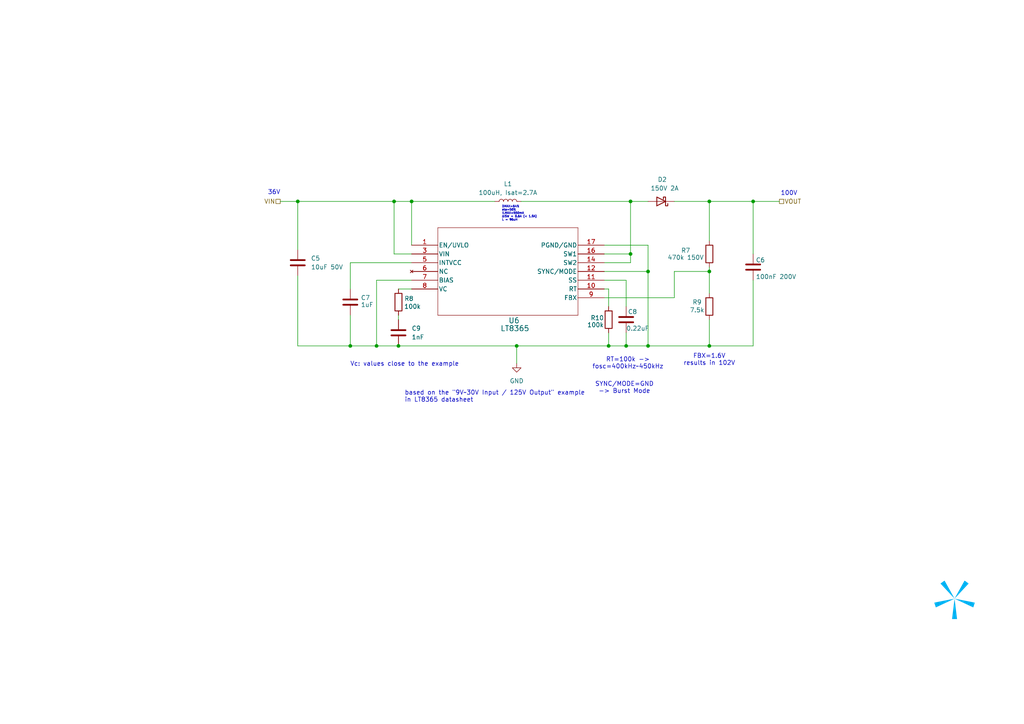
<source format=kicad_sch>
(kicad_sch (version 20250114) (generator "eeschema") (generator_version "9.0")
  (paper "A4")
  (title_block (title "Pulser V2 HV Test Board") (date "2026-01-08") (rev "1") (company "Spark Project") (comment 1 "夕月霞"))
  (lib_symbols
    (symbol "Device:C" (pin_numbers (hide yes)) (pin_names (offset 0.254))
      (property "Reference" "C" (at 0.635 2.54 0))
      (property "Value" "C" (at 0.635 -2.54 0))
      (symbol "C_0_1"
        (polyline (pts (xy -2.032 0.762) (xy 2.032 0.762)) (stroke (width 0.508)))
        (polyline (pts (xy -2.032 -0.762) (xy 2.032 -0.762)) (stroke (width 0.508)))
      )
      (symbol "C_1_1"
        (pin passive line (at 0 3.81 270) (length 2.794) (name "~") (number "1"))
        (pin passive line (at 0 -3.81 90) (length 2.794) (name "~") (number "2"))
      )
    )
    (symbol "Device:D_Schottky" (pin_numbers (hide yes)) (pin_names (offset 1.016) (hide yes))
      (property "Reference" "D" (at 0 2.54 0))
      (property "Value" "D_Schottky" (at 0 -2.54 0))
      (symbol "D_Schottky_0_1"
        (polyline (pts (xy -1.905 0.635) (xy -1.905 1.27) (xy -1.27 1.27) (xy -1.27 -1.27) (xy -0.635 -1.27) (xy -0.635 -0.635)) (stroke (width 0.254)))
        (polyline (pts (xy 1.27 1.27) (xy 1.27 -1.27) (xy -1.27 0) (xy 1.27 1.27)) (stroke (width 0.254)))
        (polyline (pts (xy 1.27 0) (xy -1.27 0)))
      )
      (symbol "D_Schottky_1_1"
        (pin passive line (at -3.81 0 0) (length 2.54) (name "K") (number "1"))
        (pin passive line (at 3.81 0 180) (length 2.54) (name "A") (number "2"))
      )
    )
    (symbol "Device:L" (pin_numbers (hide yes)) (pin_names (offset 1.016) (hide yes))
      (property "Reference" "L" (at -1.27 0 90))
      (property "Value" "L" (at 1.905 0 90))
      (symbol "L_0_1"
        (arc (start 0 2.54) (mid 0.6323 1.905) (end 0 1.27))
        (arc (start 0 1.27) (mid 0.6323 0.635) (end 0 0))
        (arc (start 0 0) (mid 0.6323 -0.635) (end 0 -1.27))
        (arc (start 0 -1.27) (mid 0.6323 -1.905) (end 0 -2.54))
      )
      (symbol "L_1_1"
        (pin passive line (at 0 3.81 270) (length 1.27) (name "1") (number "1"))
        (pin passive line (at 0 -3.81 90) (length 1.27) (name "2") (number "2"))
      )
    )
    (symbol "Device:R" (pin_numbers (hide yes)) (pin_names (offset 0))
      (property "Reference" "R" (at 2.032 0 90))
      (property "Value" "R" (at 0 0 90))
      (symbol "R_0_1"
        (rectangle (start -1.016 -2.54) (end 1.016 2.54) (stroke (width 0.254)))
      )
      (symbol "R_1_1"
        (pin passive line (at 0 3.81 270) (length 1.27) (name "~") (number "1"))
        (pin passive line (at 0 -3.81 90) (length 1.27) (name "~") (number "2"))
      )
    )
    (symbol "SparkAll:LT8365HMSE-PBF" (pin_names (offset 0.254))
      (property "Reference" "U" (at 27.94 10.16 0))
      (property "Value" "LT8365HMSE-PBF" (at 27.94 7.62 0))
      (symbol "LT8365HMSE-PBF_0_1"
        (polyline (pts (xy 7.62 5.08) (xy 7.62 -20.32)) (stroke (width 0.127)))
        (polyline (pts (xy 7.62 -20.32) (xy 48.26 -20.32)) (stroke (width 0.127)))
        (polyline (pts (xy 48.26 5.08) (xy 7.62 5.08)) (stroke (width 0.127)))
        (polyline (pts (xy 48.26 -20.32) (xy 48.26 5.08)) (stroke (width 0.127)))
        (pin unspecified line (at 0 0 0) (length 7.62) (name "EN/UVLO") (number "1"))
        (pin power_in line (at 0 -2.54 0) (length 7.62) (name "VIN") (number "3"))
        (pin power_in line (at 0 -5.08 0) (length 7.62) (name "INTVCC") (number "5"))
        (pin no_connect line (at 0 -7.62 0) (length 7.62) (name "NC") (number "6"))
        (pin power_in line (at 0 -10.16 0) (length 7.62) (name "BIAS") (number "7"))
        (pin output line (at 0 -12.7 0) (length 7.62) (name "VC") (number "8"))
        (pin power_out line (at 55.88 0 180) (length 7.62) (name "PGND/GND") (number "17"))
        (pin power_in line (at 55.88 -2.54 180) (length 7.62) (name "SW1") (number "16"))
        (pin power_in line (at 55.88 -5.08 180) (length 7.62) (name "SW2") (number "14"))
        (pin unspecified line (at 55.88 -7.62 180) (length 7.62) (name "SYNC/MODE") (number "12"))
        (pin unspecified line (at 55.88 -10.16 180) (length 7.62) (name "SS") (number "11"))
        (pin unspecified line (at 55.88 -12.7 180) (length 7.62) (name "RT") (number "10"))
        (pin unspecified line (at 55.88 -15.24 180) (length 7.62) (name "FBX") (number "9"))
      )
    )
    (symbol "power:GND" (power) (pin_numbers (hide yes)) (pin_names (offset 0) (hide yes))
      (property "Value" "GND" (at 0 -3.81 0))
      (symbol "GND_0_1"
        (polyline (pts (xy 0 0) (xy 0 -1.27) (xy 1.27 -1.27) (xy 0 -2.54) (xy -1.27 -1.27) (xy 0 -1.27)))
      )
      (symbol "GND_1_1"
        (pin power_in line (at 0 0 270) (length 0) (name "~") (number "1"))
      )
    )
  )
  (text "Vc: values close to the example" (at 117.348 105.664 0) (effects (font (size 1.27 1.27))))
  (text "RT=100k ->\nfosc=400kHz~450kHz" (at 182.118 105.41 0) (effects (font (size 1.27 1.27))))
  (text "DMAX=64%\neta=50%\nILMAX=550mA\nΔISW = 0.6A (< 1.9A)\nL = 96uH" (at 145.542 61.976 0) (effects (font (size 0.6 0.6)) (justify left)))
  (text "FBX=1.6V\nresults in 102V" (at 205.74 104.394 0) (effects (font (size 1.27 1.27))))
  (text "100V" (at 228.854 56.134 0) (effects (font (size 1.27 1.27))))
  (text "based on the \"9V~30V Input / 125V Output\" example\nin LT8365 datasheet\n" (at 117.348 115.062 0) (effects (font (size 1.27 1.27)) (justify left)))
  (text "SYNC/MODE=GND\n-> Burst Mode" (at 181.102 112.522 0) (effects (font (size 1.27 1.27))))
  (text "36V" (at 79.502 55.88 0) (effects (font (size 1.27 1.27))))
  (junction (at 205.74 100.33))
  (junction (at 218.44 58.42))
  (junction (at 101.6 100.33))
  (junction (at 182.88 73.66))
  (junction (at 115.57 100.33))
  (junction (at 205.74 78.74))
  (junction (at 181.61 100.33))
  (junction (at 187.96 100.33))
  (junction (at 182.88 58.42))
  (junction (at 109.22 100.33))
  (junction (at 187.96 78.74))
  (junction (at 205.74 58.42))
  (junction (at 114.3 58.42))
  (junction (at 149.86 100.33))
  (junction (at 119.38 58.42))
  (junction (at 86.36 58.42))
  (junction (at 176.53 100.33))
  (wire (pts (xy 175.26 78.74) (xy 187.96 78.74)))
  (wire (pts (xy 205.74 100.33) (xy 218.44 100.33)))
  (wire (pts (xy 86.36 100.33) (xy 101.6 100.33)))
  (wire (pts (xy 187.96 100.33) (xy 205.74 100.33)))
  (wire (pts (xy 119.38 58.42) (xy 119.38 71.12)))
  (wire (pts (xy 114.3 58.42) (xy 119.38 58.42)))
  (wire (pts (xy 205.74 92.71) (xy 205.74 100.33)))
  (wire (pts (xy 175.26 81.28) (xy 181.61 81.28)))
  (wire (pts (xy 175.26 76.2) (xy 182.88 76.2)))
  (wire (pts (xy 205.74 78.74) (xy 205.74 85.09)))
  (wire (pts (xy 101.6 100.33) (xy 109.22 100.33)))
  (wire (pts (xy 181.61 100.33) (xy 187.96 100.33)))
  (wire (pts (xy 151.13 58.42) (xy 182.88 58.42)))
  (wire (pts (xy 175.26 83.82) (xy 176.53 83.82)))
  (wire (pts (xy 218.44 58.42) (xy 218.44 73.66)))
  (wire (pts (xy 181.61 81.28) (xy 181.61 88.9)))
  (wire (pts (xy 109.22 81.28) (xy 109.22 100.33)))
  (wire (pts (xy 205.74 58.42) (xy 218.44 58.42)))
  (wire (pts (xy 205.74 58.42) (xy 205.74 69.85)))
  (wire (pts (xy 195.58 58.42) (xy 205.74 58.42)))
  (wire (pts (xy 149.86 100.33) (xy 115.57 100.33)))
  (wire (pts (xy 119.38 58.42) (xy 143.51 58.42)))
  (wire (pts (xy 114.3 73.66) (xy 114.3 58.42)))
  (wire (pts (xy 86.36 58.42) (xy 114.3 58.42)))
  (wire (pts (xy 175.26 86.36) (xy 195.58 86.36)))
  (wire (pts (xy 81.28 58.42) (xy 86.36 58.42)))
  (wire (pts (xy 218.44 81.28) (xy 218.44 100.33)))
  (wire (pts (xy 205.74 77.47) (xy 205.74 78.74)))
  (wire (pts (xy 187.96 78.74) (xy 187.96 100.33)))
  (wire (pts (xy 182.88 73.66) (xy 182.88 58.42)))
  (wire (pts (xy 86.36 80.01) (xy 86.36 100.33)))
  (wire (pts (xy 195.58 86.36) (xy 195.58 78.74)))
  (wire (pts (xy 176.53 100.33) (xy 181.61 100.33)))
  (wire (pts (xy 115.57 100.33) (xy 109.22 100.33)))
  (wire (pts (xy 115.57 83.82) (xy 119.38 83.82)))
  (wire (pts (xy 176.53 83.82) (xy 176.53 88.9)))
  (wire (pts (xy 101.6 76.2) (xy 101.6 83.82)))
  (wire (pts (xy 182.88 76.2) (xy 182.88 73.66)))
  (wire (pts (xy 149.86 100.33) (xy 176.53 100.33)))
  (wire (pts (xy 175.26 73.66) (xy 182.88 73.66)))
  (wire (pts (xy 119.38 76.2) (xy 101.6 76.2)))
  (wire (pts (xy 86.36 58.42) (xy 86.36 72.39)))
  (wire (pts (xy 187.96 71.12) (xy 187.96 78.74)))
  (wire (pts (xy 149.86 100.33) (xy 149.86 105.41)))
  (wire (pts (xy 119.38 73.66) (xy 114.3 73.66)))
  (wire (pts (xy 181.61 96.52) (xy 181.61 100.33)))
  (wire (pts (xy 218.44 58.42) (xy 226.06 58.42)))
  (wire (pts (xy 101.6 91.44) (xy 101.6 100.33)))
  (wire (pts (xy 176.53 96.52) (xy 176.53 100.33)))
  (wire (pts (xy 109.22 81.28) (xy 119.38 81.28)))
  (wire (pts (xy 175.26 71.12) (xy 187.96 71.12)))
  (wire (pts (xy 115.57 91.44) (xy 115.57 92.71)))
  (wire (pts (xy 195.58 78.74) (xy 205.74 78.74)))
  (wire (pts (xy 182.88 58.42) (xy 187.96 58.42)))
  (image (at 276.86 173.99) (scale 1.13867))
  (hierarchical_label "VIN" (shape passive) (at 81.28 58.42 180))
  (hierarchical_label "VOUT" (shape passive) (at 226.06 58.42 0))
  (symbol (lib_id "power:GND") (at 149.86 105.41 0) (unit 1)
    (property "Reference" "#PWR019" (effects (hide yes)))
    (property "Value" "GND" (at 149.86 110.49 0))
    (property "Description" "Power symbol creates a global label with name \"GND\" , ground" (effects (hide yes)))
  )
  (symbol (lib_id "Device:C") (at 181.61 92.71 0) (unit 1)
    (property "Reference" "C8" (at 182.118 90.424 0) (effects (justify left)))
    (property "Value" "0.22uF" (at 181.61 95.25 0) (effects (justify left)))
    (property "Footprint" "Capacitor_SMD:C_0603_1608Metric" (effects (hide yes)))
    (property "Description" "Unpolarized capacitor" (effects (hide yes)))
    (property "LCSC" "C21120" (effects (hide yes)))
  )
  (symbol (lib_id "Device:L") (at 147.32 58.42 90) (unit 1)
    (property "Reference" "L1" (at 147.32 53.34 90))
    (property "Value" "100uH, Isat=2.7A" (at 147.32 55.88 90))
    (property "Footprint" "Inductor_SMD:L_12x12mm_H8mm" (effects (hide yes)))
    (property "Description" "Inductor" (effects (hide yes)))
    (property "LCSC" "C2453104" (effects (hide yes)))
  )
  (symbol (lib_id "Device:C") (at 86.36 76.2 0) (unit 1)
    (property "Reference" "C5" (at 90.17 74.9299 0) (effects (justify left)))
    (property "Value" "10uF 50V" (at 90.17 77.4699 0) (effects (justify left)))
    (property "Footprint" "Capacitor_SMD:C_1206_3216Metric" (effects (hide yes)))
    (property "Description" "Unpolarized capacitor" (effects (hide yes)))
    (property "LCSC" "C13585" (effects (hide yes)))
  )
  (symbol (lib_id "SparkAll:LT8365HMSE-PBF") (at 119.38 71.12 0) (unit 1)
    (property "Reference" "U6" (at 149.098 92.964 0) (effects (font (size 1.524 1.524))))
    (property "Value" "LT8365" (at 149.352 95.25 0) (effects (font (size 1.524 1.524))))
    (property "Footprint" "SparkAll:AD-MSOP-LT8365" (effects (hide yes)))
    (property "Datasheet" "https://www.lcsc.com/datasheet/lcsc_datasheet_2411220036_Analog-Devices-LT8365EMSE-PBF_C673785.pdf" (effects (hide yes)))
    (property "LCSC" "C673785" (effects (hide yes)))
  )
  (symbol (lib_id "Device:C") (at 101.6 87.63 0) (unit 1)
    (property "Reference" "C7" (at 104.648 86.36 0) (effects (justify left)))
    (property "Value" "1uF" (at 104.648 88.392 0) (effects (justify left)))
    (property "Footprint" "Capacitor_SMD:C_0603_1608Metric" (effects (hide yes)))
    (property "Description" "Unpolarized capacitor" (effects (hide yes)))
    (property "LCSC" "C15849" (effects (hide yes)))
  )
  (symbol (lib_id "Device:R") (at 115.57 87.63 180) (unit 1)
    (property "Reference" "R8" (at 118.618 86.614 0))
    (property "Value" "100k" (at 119.634 88.9 0))
    (property "Footprint" "Resistor_SMD:R_0603_1608Metric" (effects (hide yes)))
    (property "Description" "Resistor" (effects (hide yes)))
    (property "LCSC" "C25803" (effects (hide yes)))
  )
  (symbol (lib_id "Device:C") (at 115.57 96.52 0) (unit 1)
    (property "Reference" "C9" (at 119.38 95.2499 0) (effects (justify left)))
    (property "Value" "1nF" (at 119.38 97.7899 0) (effects (justify left)))
    (property "Footprint" "Capacitor_SMD:C_0603_1608Metric" (effects (hide yes)))
    (property "Description" "Unpolarized capacitor" (effects (hide yes)))
    (property "LCSC" "C1588" (effects (hide yes)))
  )
  (symbol (lib_id "Device:R") (at 176.53 92.71 180) (unit 1)
    (property "Reference" "R10" (at 173.228 92.202 0))
    (property "Value" "100k" (at 172.72 94.234 0))
    (property "Footprint" "Resistor_SMD:R_0603_1608Metric" (effects (hide yes)))
    (property "Description" "Resistor" (effects (hide yes)))
    (property "LCSC" "C25803" (effects (hide yes)))
  )
  (symbol (lib_id "Device:C") (at 218.44 77.47 0) (unit 1)
    (property "Reference" "C6" (at 219.202 75.438 0) (effects (justify left)))
    (property "Value" "100nF 200V" (at 219.202 80.264 0) (effects (justify left)))
    (property "Footprint" "Capacitor_SMD:C_0805_2012Metric" (effects (hide yes)))
    (property "Description" "Unpolarized capacitor" (effects (hide yes)))
    (property "LCSC" "C342865" (effects (hide yes)))
  )
  (symbol (lib_id "Device:D_Schottky") (at 191.77 58.42 180) (unit 1)
    (property "Reference" "D2" (at 192.0875 52.07 0))
    (property "Value" "150V 2A" (at 192.786 54.61 0))
    (property "Footprint" "Diode_SMD:D_PowerDI-123" (effects (hide yes)))
    (property "Description" "Schottky diode" (effects (hide yes)))
    (property "LCSC" "C156325" (effects (hide yes)))
  )
  (symbol (lib_id "Device:R") (at 205.74 88.9 180) (unit 1)
    (property "Reference" "R9" (at 202.184 87.63 0))
    (property "Value" "7.5k" (at 202.184 89.916 0))
    (property "Footprint" "Resistor_SMD:R_0603_1608Metric" (effects (hide yes)))
    (property "Description" "Resistor" (effects (hide yes)))
    (property "LCSC" "C23234" (effects (hide yes)))
  )
  (symbol (lib_id "Device:R") (at 205.74 73.66 180) (unit 1)
    (property "Reference" "R7" (at 198.882 72.644 0))
    (property "Value" "470k 150V" (at 198.882 74.676 0))
    (property "Footprint" "Resistor_SMD:R_0805_2012Metric" (effects (hide yes)))
    (property "Description" "Resistor" (effects (hide yes)))
    (property "LCSC" "C17709" (effects (hide yes)))
  )
)
</source>
